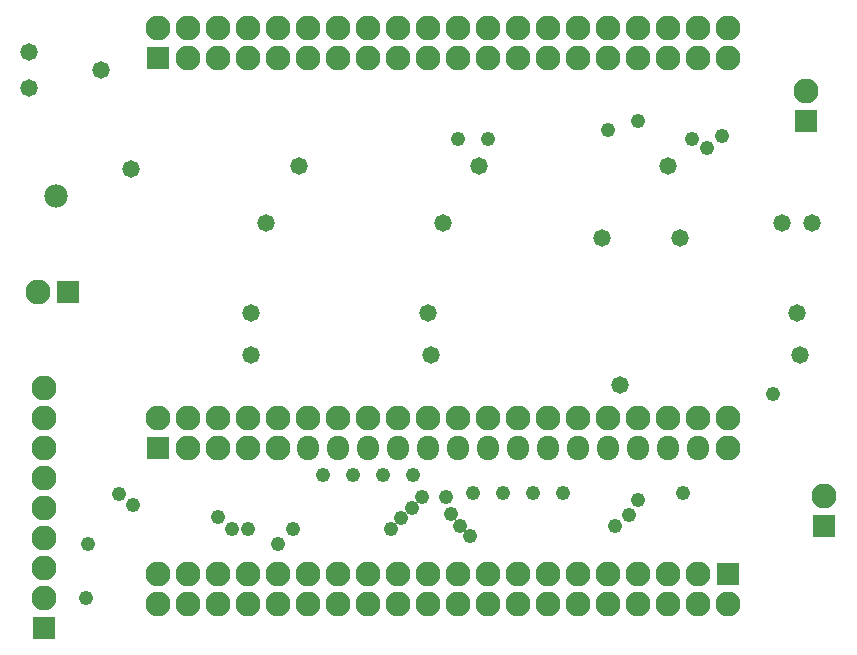
<source format=gbs>
%FSLAX23Y23*%
%MOIN*%
G70*
G01*
G75*
%ADD10R,0.060X0.050*%
%ADD11R,0.050X0.060*%
%ADD12R,0.036X0.050*%
%ADD13R,0.036X0.036*%
%ADD14R,0.050X0.036*%
%ADD15R,0.032X0.095*%
%ADD16C,0.015*%
%ADD17C,0.012*%
%ADD18C,0.010*%
%ADD19C,0.030*%
%ADD20C,0.075*%
%ADD21O,0.065X0.075*%
%ADD22R,0.070X0.070*%
%ADD23R,0.065X0.070*%
%ADD24C,0.070*%
%ADD25C,0.050*%
%ADD26C,0.040*%
%ADD27C,0.008*%
%ADD28C,0.008*%
%ADD29R,0.068X0.058*%
%ADD30R,0.058X0.068*%
%ADD31R,0.044X0.058*%
%ADD32R,0.044X0.044*%
%ADD33R,0.058X0.044*%
%ADD34R,0.040X0.103*%
%ADD35C,0.083*%
%ADD36O,0.073X0.083*%
%ADD37R,0.078X0.078*%
%ADD38R,0.073X0.078*%
%ADD39C,0.078*%
%ADD40C,0.058*%
%ADD41C,0.048*%
D35*
X11810Y9800D02*
D03*
X11910Y9800D02*
D03*
X11710D02*
D03*
X11310Y9700D02*
D03*
X11310Y9800D02*
D03*
X11210Y9700D02*
D03*
Y9800D02*
D03*
X10710Y9700D02*
D03*
X10810D02*
D03*
X10910D02*
D03*
X11010D02*
D03*
Y9800D02*
D03*
X10910Y9800D02*
D03*
X10810Y9800D02*
D03*
X10710Y9800D02*
D03*
X10610D02*
D03*
X11110Y9700D02*
D03*
Y9800D02*
D03*
X11410Y9700D02*
D03*
Y9800D02*
D03*
X11510Y9700D02*
D03*
Y9800D02*
D03*
X12310Y9700D02*
D03*
Y9800D02*
D03*
X12210Y9700D02*
D03*
X12210Y9800D02*
D03*
X11710Y9700D02*
D03*
X11810D02*
D03*
X11910D02*
D03*
X12010D02*
D03*
Y9800D02*
D03*
X12110Y9700D02*
D03*
Y9800D02*
D03*
X11610Y9700D02*
D03*
Y9800D02*
D03*
X12410Y9700D02*
D03*
Y9800D02*
D03*
X12510Y9700D02*
D03*
Y9800D02*
D03*
X12410Y7880D02*
D03*
Y7980D02*
D03*
X12310Y7880D02*
D03*
X12310Y7980D02*
D03*
X12210D02*
D03*
Y7880D02*
D03*
X11010D02*
D03*
X11310Y8500D02*
D03*
X11210D02*
D03*
X10710Y8400D02*
D03*
X10810D02*
D03*
X10910D02*
D03*
X11010D02*
D03*
Y8500D02*
D03*
X10910D02*
D03*
X10810D02*
D03*
X10710D02*
D03*
X10610D02*
D03*
X11110D02*
D03*
X11410D02*
D03*
X11510D02*
D03*
X12310D02*
D03*
X12210D02*
D03*
X12010D02*
D03*
X11910D02*
D03*
X11810D02*
D03*
X11710D02*
D03*
X11610D02*
D03*
X12110D02*
D03*
X12410D02*
D03*
X12510Y8400D02*
D03*
Y8500D02*
D03*
X11810Y7980D02*
D03*
X12110Y7880D02*
D03*
X12010D02*
D03*
X11910Y7980D02*
D03*
X12110D02*
D03*
X11910Y7880D02*
D03*
X12010Y7980D02*
D03*
X11810Y7880D02*
D03*
X11210Y7980D02*
D03*
X11010D02*
D03*
X11310D02*
D03*
X11310Y7880D02*
D03*
X11110Y7980D02*
D03*
Y7880D02*
D03*
X11210D02*
D03*
X12510D02*
D03*
X11510Y7980D02*
D03*
X10610Y7880D02*
D03*
Y7980D02*
D03*
X10710Y7880D02*
D03*
Y7980D02*
D03*
X11510Y7880D02*
D03*
X11410D02*
D03*
X11410Y7980D02*
D03*
X10910Y7880D02*
D03*
Y7980D02*
D03*
X10810Y7880D02*
D03*
Y7980D02*
D03*
X11610Y7880D02*
D03*
Y7980D02*
D03*
X11710Y7880D02*
D03*
Y7980D02*
D03*
X12770Y9590D02*
D03*
X12830Y8240D02*
D03*
X10210Y8920D02*
D03*
X10230Y8400D02*
D03*
Y8300D02*
D03*
Y7900D02*
D03*
Y8000D02*
D03*
Y8200D02*
D03*
Y8100D02*
D03*
Y8500D02*
D03*
Y8600D02*
D03*
D36*
X11310Y8400D02*
D03*
X11210D02*
D03*
X11110D02*
D03*
X11410D02*
D03*
X11510D02*
D03*
X12310D02*
D03*
X12210D02*
D03*
X11710D02*
D03*
X11810D02*
D03*
X11910D02*
D03*
X12010D02*
D03*
X12110D02*
D03*
X12410D02*
D03*
X11610D02*
D03*
D37*
X10610Y9700D02*
D03*
Y8400D02*
D03*
X12510Y7980D02*
D03*
X12770Y9490D02*
D03*
X12830Y8140D02*
D03*
X10310Y8920D02*
D03*
X10230Y7800D02*
D03*
D39*
X10270Y9240D02*
D03*
D40*
X10520Y9330D02*
D03*
X10970Y9150D02*
D03*
X10920Y8850D02*
D03*
X11510D02*
D03*
X11560Y9150D02*
D03*
X11080Y9340D02*
D03*
X11680D02*
D03*
X12310D02*
D03*
X12690Y9150D02*
D03*
X12790D02*
D03*
X12740Y8850D02*
D03*
X10920Y8710D02*
D03*
X11520D02*
D03*
X12150Y8610D02*
D03*
X12750Y8710D02*
D03*
X10420Y9660D02*
D03*
X10180Y9720D02*
D03*
Y9600D02*
D03*
X12349Y9100D02*
D03*
X12090D02*
D03*
D41*
X10480Y8245D02*
D03*
X11490Y8235D02*
D03*
X11570D02*
D03*
X12210Y8225D02*
D03*
X11585Y8180D02*
D03*
X11455Y8200D02*
D03*
X10525Y8210D02*
D03*
X12660Y8580D02*
D03*
X12180Y8175D02*
D03*
X11615Y8140D02*
D03*
X11420Y8165D02*
D03*
X10810Y8170D02*
D03*
X10855Y8130D02*
D03*
X11385D02*
D03*
X11650Y8105D02*
D03*
X12132Y8138D02*
D03*
X11010Y8080D02*
D03*
X10375D02*
D03*
X10370Y7900D02*
D03*
X12360Y8250D02*
D03*
X11960D02*
D03*
X11860D02*
D03*
X11760D02*
D03*
X11660D02*
D03*
X11460Y8310D02*
D03*
X11360D02*
D03*
X11260D02*
D03*
X10910Y8130D02*
D03*
X11060D02*
D03*
X11160Y8310D02*
D03*
X11610Y9430D02*
D03*
X12440Y9400D02*
D03*
X11710Y9430D02*
D03*
X12390D02*
D03*
X12110Y9460D02*
D03*
X12490Y9440D02*
D03*
X12210Y9490D02*
D03*
M02*

</source>
